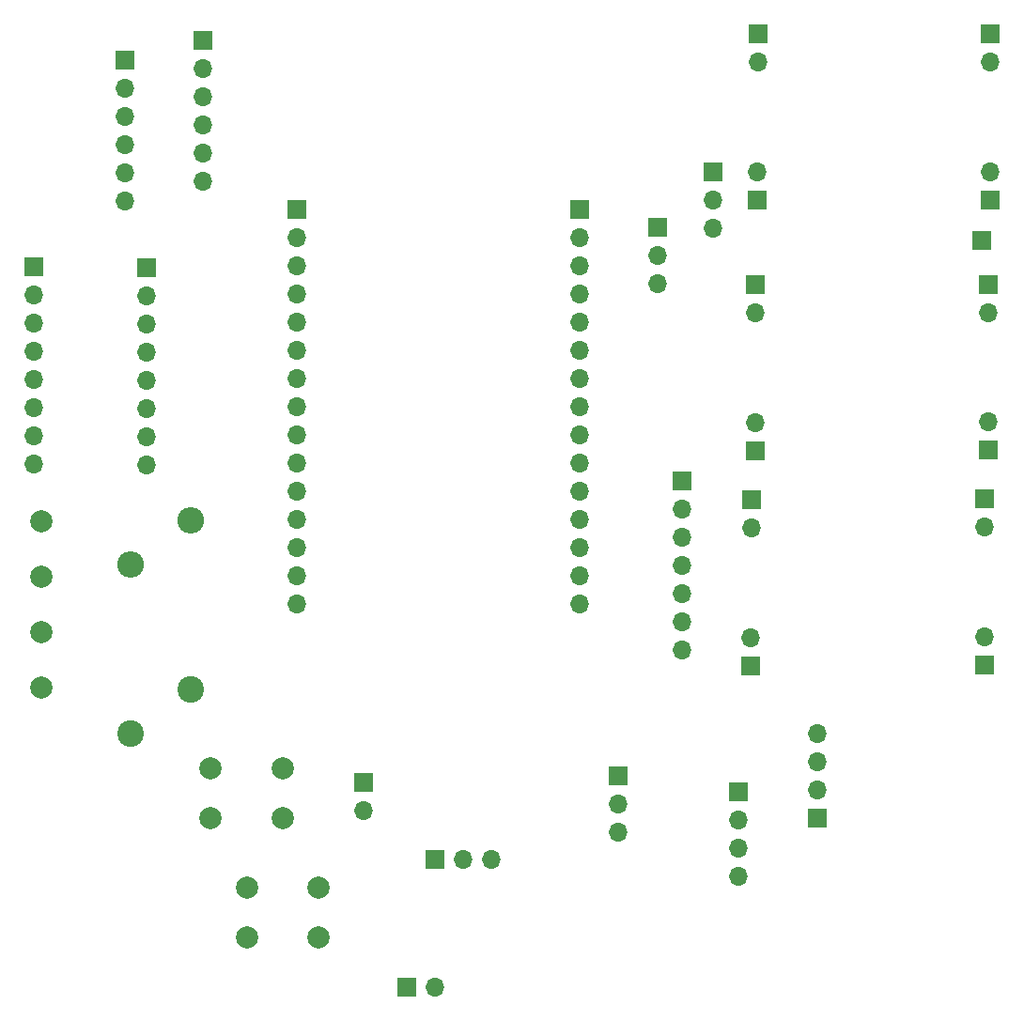
<source format=gbr>
%TF.GenerationSoftware,KiCad,Pcbnew,8.0.6*%
%TF.CreationDate,2024-12-24T16:40:45+01:00*%
%TF.ProjectId,Pcb pami 2025,50636220-7061-46d6-9920-323032352e6b,rev?*%
%TF.SameCoordinates,Original*%
%TF.FileFunction,Soldermask,Top*%
%TF.FilePolarity,Negative*%
%FSLAX46Y46*%
G04 Gerber Fmt 4.6, Leading zero omitted, Abs format (unit mm)*
G04 Created by KiCad (PCBNEW 8.0.6) date 2024-12-24 16:40:45*
%MOMM*%
%LPD*%
G01*
G04 APERTURE LIST*
%ADD10R,1.700000X1.700000*%
%ADD11O,1.700000X1.700000*%
%ADD12C,2.000000*%
%ADD13O,2.400000X2.400000*%
%ADD14C,2.400000*%
G04 APERTURE END LIST*
D10*
%TO.C,J11*%
X125740000Y-63380000D03*
D11*
X125740000Y-65920000D03*
X125740000Y-68460000D03*
X125740000Y-71000000D03*
X125740000Y-73540000D03*
X125740000Y-76080000D03*
X125740000Y-78620000D03*
%TD*%
D10*
%TO.C,J10*%
X137940000Y-93760000D03*
D11*
X137940000Y-91220000D03*
X137940000Y-88680000D03*
X137940000Y-86140000D03*
%TD*%
D10*
%TO.C,J4*%
X130800000Y-91380000D03*
D11*
X130800000Y-93920000D03*
X130800000Y-96460000D03*
X130800000Y-99000000D03*
%TD*%
D10*
%TO.C,J3*%
X152730000Y-41660000D03*
%TD*%
%TO.C,U2*%
X67320000Y-44060000D03*
D11*
X67320000Y-46600000D03*
X67320000Y-49140000D03*
X67320000Y-51680000D03*
X67320000Y-54220000D03*
X67320000Y-56760000D03*
X67320000Y-59300000D03*
X67320000Y-61840000D03*
D10*
X77500000Y-44110000D03*
D11*
X77500000Y-46650000D03*
X77500000Y-49190000D03*
X77500000Y-51730000D03*
X77500000Y-54270000D03*
X77500000Y-56810000D03*
X77500000Y-59350000D03*
X77500000Y-61890000D03*
%TD*%
D12*
%TO.C,SW4*%
X86500000Y-100000000D03*
X93000000Y-100000000D03*
X86500000Y-104500000D03*
X93000000Y-104500000D03*
%TD*%
%TO.C,SW3*%
X83250000Y-89250000D03*
X89750000Y-89250000D03*
X83250000Y-93750000D03*
X89750000Y-93750000D03*
%TD*%
D10*
%TO.C,SW2*%
X120000000Y-89975000D03*
D11*
X120000000Y-92515000D03*
X120000000Y-95055000D03*
%TD*%
D13*
%TO.C,R6*%
X76000000Y-70880000D03*
D14*
X76000000Y-86120000D03*
%TD*%
%TO.C,R5*%
X81500000Y-82120000D03*
D13*
X81500000Y-66880000D03*
%TD*%
D10*
%TO.C,MP1584EN2*%
X152980000Y-79990000D03*
D11*
X152980000Y-77450000D03*
D10*
X131960000Y-80020000D03*
D11*
X131960000Y-77480000D03*
X153000000Y-67540000D03*
D10*
X153000000Y-65000000D03*
D11*
X132040000Y-67620000D03*
D10*
X132040000Y-65080000D03*
%TD*%
%TO.C,MP1584EN1*%
X132360000Y-45670000D03*
D11*
X132360000Y-48210000D03*
D10*
X153380000Y-45640000D03*
D11*
X153380000Y-48180000D03*
X132340000Y-58120000D03*
D10*
X132340000Y-60660000D03*
D11*
X153300000Y-58040000D03*
D10*
X153300000Y-60580000D03*
%TD*%
%TO.C,MP1584*%
X153520000Y-38010000D03*
D11*
X153520000Y-35470000D03*
D10*
X132500000Y-38040000D03*
D11*
X132500000Y-35500000D03*
X153540000Y-25560000D03*
D10*
X153540000Y-23020000D03*
D11*
X132580000Y-25640000D03*
D10*
X132580000Y-23100000D03*
%TD*%
%TO.C,J8*%
X75500000Y-25460000D03*
D11*
X75500000Y-28000000D03*
X75500000Y-30540000D03*
X75500000Y-33080000D03*
X75500000Y-35620000D03*
X75500000Y-38160000D03*
%TD*%
D10*
%TO.C,J7*%
X97000000Y-90500000D03*
D11*
X97000000Y-93040000D03*
%TD*%
D10*
%TO.C,J6*%
X103500000Y-97500000D03*
D11*
X106040000Y-97500000D03*
X108580000Y-97500000D03*
%TD*%
D10*
%TO.C,J5*%
X100960000Y-109000000D03*
D11*
X103500000Y-109000000D03*
%TD*%
D10*
%TO.C,J2*%
X123500000Y-40460000D03*
D11*
X123500000Y-43000000D03*
X123500000Y-45540000D03*
%TD*%
%TO.C,J1*%
X128500000Y-40555000D03*
X128500000Y-38015000D03*
D10*
X128500000Y-35475000D03*
%TD*%
D12*
%TO.C,C7*%
X68000000Y-82000000D03*
X68000000Y-77000000D03*
%TD*%
%TO.C,C6*%
X68000000Y-67000000D03*
X68000000Y-72000000D03*
%TD*%
D10*
%TO.C,J9*%
X82580000Y-23610000D03*
D11*
X82580000Y-26150000D03*
X82580000Y-28690000D03*
X82580000Y-31230000D03*
X82580000Y-33770000D03*
X82580000Y-36310000D03*
%TD*%
%TO.C,U1*%
X91000000Y-74440000D03*
X91000000Y-71900000D03*
X91000000Y-69360000D03*
X91000000Y-66820000D03*
X91000000Y-64280000D03*
X91000000Y-61740000D03*
X91000000Y-59200000D03*
X91000000Y-56660000D03*
X91000000Y-54120000D03*
X91000000Y-51580000D03*
X91000000Y-49040000D03*
X91000000Y-46500000D03*
X91000000Y-43960000D03*
X91000000Y-41420000D03*
D10*
X91000000Y-38880000D03*
D11*
X116500000Y-74440000D03*
X116500000Y-71900000D03*
X116500000Y-69360000D03*
X116500000Y-66820000D03*
X116500000Y-64280000D03*
X116500000Y-61740000D03*
X116500000Y-59200000D03*
X116500000Y-56660000D03*
X116500000Y-54120000D03*
X116500000Y-51580000D03*
X116500000Y-49040000D03*
X116500000Y-46500000D03*
X116500000Y-43960000D03*
X116500000Y-41420000D03*
D10*
X116500000Y-38880000D03*
%TD*%
M02*

</source>
